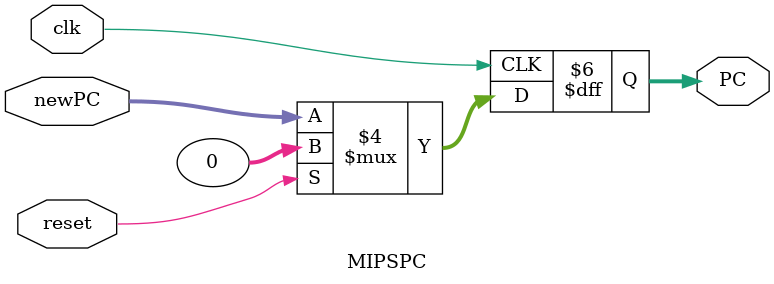
<source format=v>
module MIPSPC #(parameter MIPS_PC_WIDTH_m1 = 31)(
    input clk,
    input reset,
    input [MIPS_PC_WIDTH_m1:0] newPC,
    output reg [MIPS_PC_WIDTH_m1:0] PC
);
    initial PC = 0;

    always @(posedge clk) begin
        if (reset)
            PC <= 0;
        else
            PC <= newPC;
    end
endmodule
</source>
